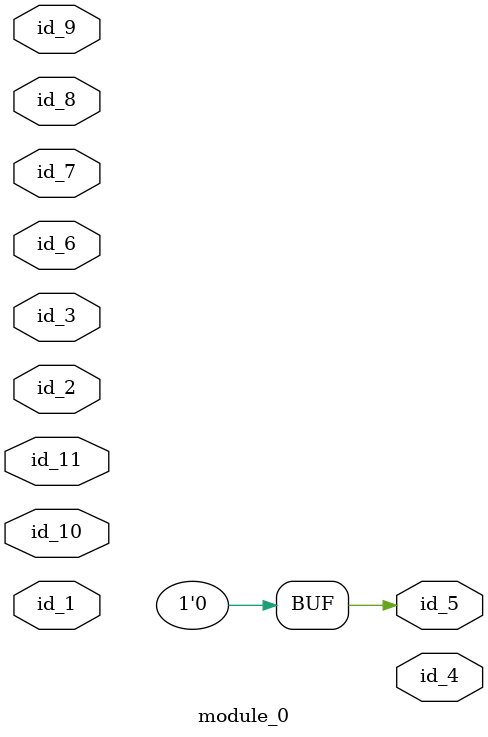
<source format=v>
`timescale 1 ps / 1ps
module module_0 (
    id_1,
    id_2,
    id_3,
    id_4,
    id_5,
    id_6,
    id_7,
    id_8,
    id_9,
    id_10,
    id_11
);
  input id_11;
  inout id_10;
  inout id_9;
  inout id_8;
  input id_7;
  inout id_6;
  output id_5;
  output id_4;
  inout id_3;
  input id_2;
  input id_1;
  assign id_5 = 1'b0;
endmodule

</source>
